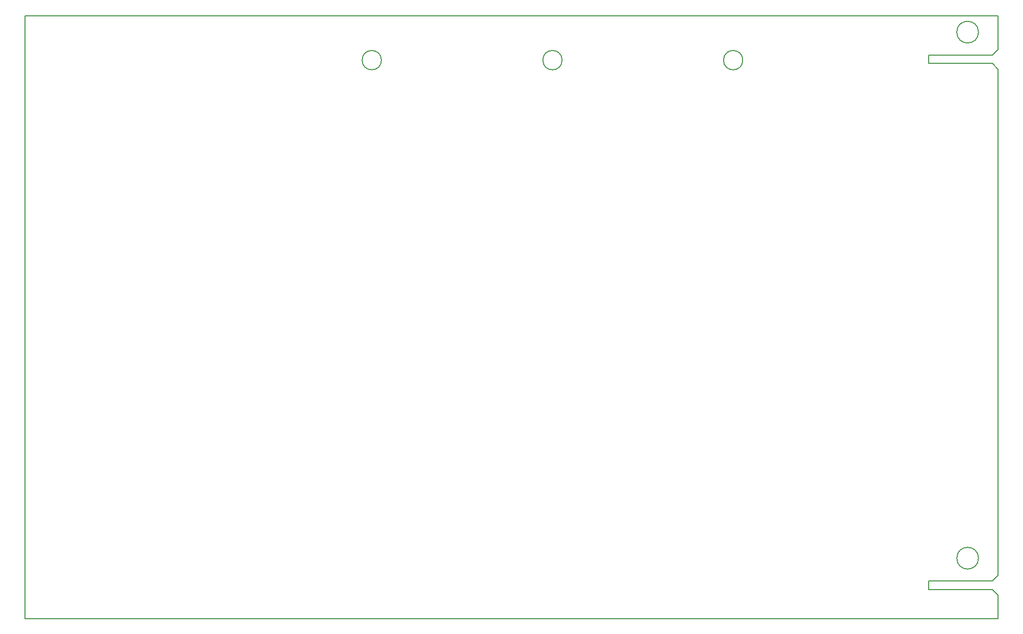
<source format=gbr>
G04 #@! TF.GenerationSoftware,KiCad,Pcbnew,5.0.2+dfsg1-1~bpo9+1*
G04 #@! TF.CreationDate,2022-09-29T16:16:23+02:00*
G04 #@! TF.ProjectId,nubus-to-ztex,6e756275-732d-4746-9f2d-7a7465782e6b,rev?*
G04 #@! TF.SameCoordinates,Original*
G04 #@! TF.FileFunction,Profile,NP*
%FSLAX46Y46*%
G04 Gerber Fmt 4.6, Leading zero omitted, Abs format (unit mm)*
G04 Created by KiCad (PCBNEW 5.0.2+dfsg1-1~bpo9+1) date Thu Sep 29 16:16:23 2022*
%MOMM*%
%LPD*%
G01*
G04 APERTURE LIST*
%ADD10C,0.150000*%
%ADD11C,0.200000*%
G04 APERTURE END LIST*
D10*
X270060000Y-7830000D02*
G75*
G03X270060000Y-7830000I-1800000J0D01*
G01*
X273330000Y-5100000D02*
X273330000Y-10680000D01*
X261800000Y-13030000D02*
X261800000Y-11630000D01*
X272380000Y-13030000D02*
X261800000Y-13030000D01*
X272380000Y-11630000D02*
X273330000Y-10680000D01*
X272380000Y-11630000D02*
X261800000Y-11630000D01*
X272380000Y-13030000D02*
X273330000Y-13980000D01*
X273330000Y-105080000D02*
X273330000Y-101230000D01*
X272380000Y-100280000D02*
X273330000Y-101230000D01*
X272380000Y-98880000D02*
X273330000Y-97930000D01*
X261800000Y-100280000D02*
X261800000Y-98880000D01*
X272380000Y-98880000D02*
X261800000Y-98880000D01*
X272380000Y-100280000D02*
X261800000Y-100280000D01*
D11*
X170930000Y-12480000D02*
G75*
G03X170930000Y-12480000I-1600000J0D01*
G01*
X200930000Y-12480000D02*
G75*
G03X200930000Y-12480000I-1600000J0D01*
G01*
D10*
X273330000Y-97930000D02*
X273330000Y-13980000D01*
D11*
X230930000Y-12480000D02*
G75*
G03X230930000Y-12480000I-1600000J0D01*
G01*
X270060000Y-95080000D02*
G75*
G03X270060000Y-95080000I-1800000J0D01*
G01*
D10*
X111730000Y-5100000D02*
X111730000Y-105080000D01*
X111730000Y-5100000D02*
X273330000Y-5100000D01*
X111730000Y-105080000D02*
X273330000Y-105080000D01*
M02*

</source>
